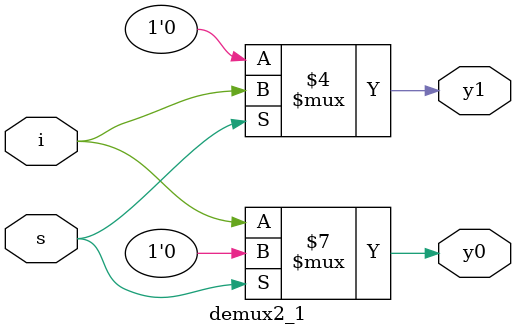
<source format=v>
module demux2_1(i,s,y0,y1);
input i,s;
output reg y0,y1;

always@(*)
begin
if(s==1'b0)
begin 
y0=i;
y1=0;
end
else begin 
y1=i;
y0=0;
end
end

endmodule

</source>
